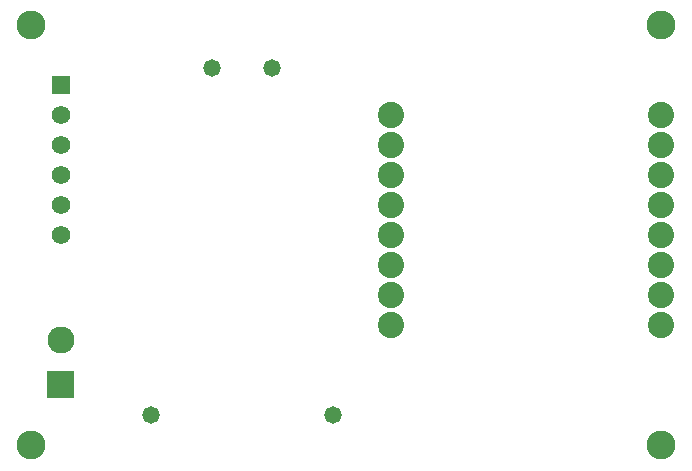
<source format=gbs>
G04 MADE WITH FRITZING*
G04 WWW.FRITZING.ORG*
G04 DOUBLE SIDED*
G04 HOLES PLATED*
G04 CONTOUR ON CENTER OF CONTOUR VECTOR*
%ASAXBY*%
%FSLAX23Y23*%
%MOIN*%
%OFA0B0*%
%SFA1.0B1.0*%
%ADD10C,0.090000*%
%ADD11C,0.057978*%
%ADD12C,0.087778*%
%ADD13C,0.061496*%
%ADD14C,0.096614*%
%ADD15R,0.001000X0.001000*%
%LNMASK0*%
G90*
G70*
G54D10*
X222Y275D03*
X222Y427D03*
G54D11*
X727Y1332D03*
X924Y1332D03*
X1128Y175D03*
X522Y175D03*
G54D12*
X1322Y1175D03*
X1322Y1075D03*
X1322Y975D03*
X1322Y875D03*
X1322Y775D03*
X1322Y675D03*
X1322Y575D03*
X1322Y475D03*
X2222Y475D03*
X2222Y575D03*
X2222Y675D03*
X2222Y775D03*
X2222Y875D03*
X2222Y975D03*
X2222Y1075D03*
X2222Y1175D03*
G54D13*
X222Y1275D03*
X222Y1175D03*
X222Y1075D03*
X222Y975D03*
X222Y875D03*
X222Y775D03*
G54D14*
X122Y1475D03*
X122Y75D03*
X2222Y75D03*
X2222Y1475D03*
G54D15*
X192Y1306D02*
X252Y1306D01*
X191Y1305D02*
X252Y1305D01*
X191Y1304D02*
X252Y1304D01*
X191Y1303D02*
X252Y1303D01*
X191Y1302D02*
X252Y1302D01*
X191Y1301D02*
X252Y1301D01*
X191Y1300D02*
X252Y1300D01*
X191Y1299D02*
X252Y1299D01*
X191Y1298D02*
X252Y1298D01*
X191Y1297D02*
X252Y1297D01*
X191Y1296D02*
X252Y1296D01*
X191Y1295D02*
X252Y1295D01*
X191Y1294D02*
X252Y1294D01*
X191Y1293D02*
X252Y1293D01*
X191Y1292D02*
X252Y1292D01*
X191Y1291D02*
X252Y1291D01*
X191Y1290D02*
X252Y1290D01*
X191Y1289D02*
X252Y1289D01*
X191Y1288D02*
X252Y1288D01*
X191Y1287D02*
X252Y1287D01*
X191Y1286D02*
X218Y1286D01*
X225Y1286D02*
X252Y1286D01*
X191Y1285D02*
X216Y1285D01*
X228Y1285D02*
X252Y1285D01*
X191Y1284D02*
X214Y1284D01*
X229Y1284D02*
X252Y1284D01*
X191Y1283D02*
X213Y1283D01*
X230Y1283D02*
X252Y1283D01*
X191Y1282D02*
X213Y1282D01*
X231Y1282D02*
X252Y1282D01*
X191Y1281D02*
X212Y1281D01*
X232Y1281D02*
X252Y1281D01*
X191Y1280D02*
X211Y1280D01*
X232Y1280D02*
X252Y1280D01*
X191Y1279D02*
X211Y1279D01*
X232Y1279D02*
X252Y1279D01*
X191Y1278D02*
X211Y1278D01*
X233Y1278D02*
X252Y1278D01*
X191Y1277D02*
X211Y1277D01*
X233Y1277D02*
X252Y1277D01*
X191Y1276D02*
X210Y1276D01*
X233Y1276D02*
X252Y1276D01*
X191Y1275D02*
X211Y1275D01*
X233Y1275D02*
X252Y1275D01*
X191Y1274D02*
X211Y1274D01*
X233Y1274D02*
X252Y1274D01*
X191Y1273D02*
X211Y1273D01*
X233Y1273D02*
X252Y1273D01*
X191Y1272D02*
X211Y1272D01*
X232Y1272D02*
X252Y1272D01*
X191Y1271D02*
X211Y1271D01*
X232Y1271D02*
X252Y1271D01*
X191Y1270D02*
X212Y1270D01*
X231Y1270D02*
X252Y1270D01*
X191Y1269D02*
X213Y1269D01*
X231Y1269D02*
X252Y1269D01*
X191Y1268D02*
X214Y1268D01*
X230Y1268D02*
X252Y1268D01*
X191Y1267D02*
X215Y1267D01*
X229Y1267D02*
X252Y1267D01*
X191Y1266D02*
X216Y1266D01*
X227Y1266D02*
X252Y1266D01*
X191Y1265D02*
X220Y1265D01*
X223Y1265D02*
X252Y1265D01*
X191Y1264D02*
X252Y1264D01*
X191Y1263D02*
X252Y1263D01*
X191Y1262D02*
X252Y1262D01*
X191Y1261D02*
X252Y1261D01*
X191Y1260D02*
X252Y1260D01*
X191Y1259D02*
X252Y1259D01*
X191Y1258D02*
X252Y1258D01*
X191Y1257D02*
X252Y1257D01*
X191Y1256D02*
X252Y1256D01*
X191Y1255D02*
X252Y1255D01*
X191Y1254D02*
X252Y1254D01*
X191Y1253D02*
X252Y1253D01*
X191Y1252D02*
X252Y1252D01*
X191Y1251D02*
X252Y1251D01*
X191Y1250D02*
X252Y1250D01*
X191Y1249D02*
X252Y1249D01*
X191Y1248D02*
X252Y1248D01*
X191Y1247D02*
X252Y1247D01*
X191Y1246D02*
X252Y1246D01*
X192Y1245D02*
X252Y1245D01*
X177Y321D02*
X266Y321D01*
X177Y320D02*
X266Y320D01*
X177Y319D02*
X266Y319D01*
X177Y318D02*
X266Y318D01*
X177Y317D02*
X266Y317D01*
X177Y316D02*
X266Y316D01*
X177Y315D02*
X266Y315D01*
X177Y314D02*
X266Y314D01*
X177Y313D02*
X266Y313D01*
X177Y312D02*
X266Y312D01*
X177Y311D02*
X266Y311D01*
X177Y310D02*
X266Y310D01*
X177Y309D02*
X266Y309D01*
X177Y308D02*
X266Y308D01*
X177Y307D02*
X266Y307D01*
X177Y306D02*
X266Y306D01*
X177Y305D02*
X266Y305D01*
X177Y304D02*
X266Y304D01*
X177Y303D02*
X266Y303D01*
X177Y302D02*
X266Y302D01*
X177Y301D02*
X266Y301D01*
X177Y300D02*
X266Y300D01*
X177Y299D02*
X266Y299D01*
X177Y298D02*
X266Y298D01*
X177Y297D02*
X266Y297D01*
X177Y296D02*
X266Y296D01*
X177Y295D02*
X266Y295D01*
X177Y294D02*
X216Y294D01*
X227Y294D02*
X266Y294D01*
X177Y293D02*
X213Y293D01*
X230Y293D02*
X266Y293D01*
X177Y292D02*
X211Y292D01*
X232Y292D02*
X266Y292D01*
X177Y291D02*
X210Y291D01*
X233Y291D02*
X266Y291D01*
X177Y290D02*
X209Y290D01*
X235Y290D02*
X266Y290D01*
X177Y289D02*
X208Y289D01*
X236Y289D02*
X266Y289D01*
X177Y288D02*
X207Y288D01*
X236Y288D02*
X266Y288D01*
X177Y287D02*
X206Y287D01*
X237Y287D02*
X266Y287D01*
X177Y286D02*
X205Y286D01*
X238Y286D02*
X266Y286D01*
X177Y285D02*
X205Y285D01*
X239Y285D02*
X266Y285D01*
X177Y284D02*
X204Y284D01*
X239Y284D02*
X266Y284D01*
X177Y283D02*
X204Y283D01*
X240Y283D02*
X266Y283D01*
X177Y282D02*
X204Y282D01*
X240Y282D02*
X266Y282D01*
X177Y281D02*
X203Y281D01*
X240Y281D02*
X266Y281D01*
X177Y280D02*
X203Y280D01*
X240Y280D02*
X266Y280D01*
X177Y279D02*
X203Y279D01*
X241Y279D02*
X266Y279D01*
X177Y278D02*
X203Y278D01*
X241Y278D02*
X266Y278D01*
X177Y277D02*
X203Y277D01*
X241Y277D02*
X266Y277D01*
X177Y276D02*
X203Y276D01*
X241Y276D02*
X266Y276D01*
X177Y275D02*
X203Y275D01*
X241Y275D02*
X266Y275D01*
X177Y274D02*
X203Y274D01*
X241Y274D02*
X266Y274D01*
X177Y273D02*
X203Y273D01*
X241Y273D02*
X266Y273D01*
X177Y272D02*
X203Y272D01*
X240Y272D02*
X266Y272D01*
X177Y271D02*
X203Y271D01*
X240Y271D02*
X266Y271D01*
X177Y270D02*
X204Y270D01*
X240Y270D02*
X266Y270D01*
X177Y269D02*
X204Y269D01*
X239Y269D02*
X266Y269D01*
X177Y268D02*
X204Y268D01*
X239Y268D02*
X266Y268D01*
X177Y267D02*
X205Y267D01*
X238Y267D02*
X266Y267D01*
X177Y266D02*
X206Y266D01*
X238Y266D02*
X266Y266D01*
X177Y265D02*
X206Y265D01*
X237Y265D02*
X266Y265D01*
X177Y264D02*
X207Y264D01*
X236Y264D02*
X266Y264D01*
X177Y263D02*
X208Y263D01*
X235Y263D02*
X266Y263D01*
X177Y262D02*
X209Y262D01*
X234Y262D02*
X266Y262D01*
X177Y261D02*
X210Y261D01*
X233Y261D02*
X266Y261D01*
X177Y260D02*
X212Y260D01*
X231Y260D02*
X266Y260D01*
X177Y259D02*
X214Y259D01*
X230Y259D02*
X266Y259D01*
X177Y258D02*
X217Y258D01*
X226Y258D02*
X266Y258D01*
X177Y257D02*
X266Y257D01*
X177Y256D02*
X266Y256D01*
X177Y255D02*
X266Y255D01*
X177Y254D02*
X266Y254D01*
X177Y253D02*
X266Y253D01*
X177Y252D02*
X266Y252D01*
X177Y251D02*
X266Y251D01*
X177Y250D02*
X266Y250D01*
X177Y249D02*
X266Y249D01*
X177Y248D02*
X266Y248D01*
X177Y247D02*
X266Y247D01*
X177Y246D02*
X266Y246D01*
X177Y245D02*
X266Y245D01*
X177Y244D02*
X266Y244D01*
X177Y243D02*
X266Y243D01*
X177Y242D02*
X266Y242D01*
X177Y241D02*
X266Y241D01*
X177Y240D02*
X266Y240D01*
X177Y239D02*
X266Y239D01*
X177Y238D02*
X266Y238D01*
X177Y237D02*
X266Y237D01*
X177Y236D02*
X266Y236D01*
X177Y235D02*
X266Y235D01*
X177Y234D02*
X266Y234D01*
X177Y233D02*
X266Y233D01*
X177Y232D02*
X266Y232D01*
D02*
G04 End of Mask0*
M02*
</source>
